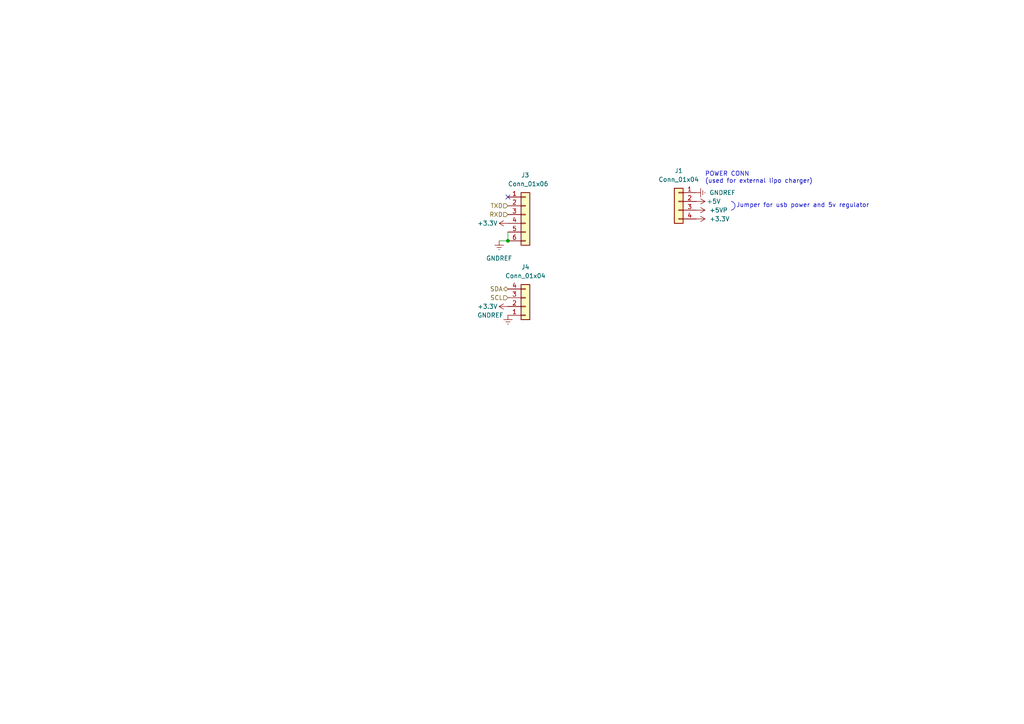
<source format=kicad_sch>
(kicad_sch (version 20230121) (generator eeschema)
  (paper "A4")
  (lib_symbols
    (symbol "Connector_Generic:Conn_01x04" (pin_names (offset 1.016) hide)
      (property "Reference" "J" (at 0 5.08 0))
      (property "Value" "Conn_01x04" (at 0 -7.62 0))
      (symbol "Conn_01x04_1_1"
        (rectangle (start -1.27 -4.953) (end 0 -5.207) (stroke (width 0.1524)))
        (rectangle (start -1.27 -2.413) (end 0 -2.667) (stroke (width 0.1524)))
        (rectangle (start -1.27 0.127) (end 0 -0.127) (stroke (width 0.1524)))
        (rectangle (start -1.27 2.667) (end 0 2.413) (stroke (width 0.1524)))
        (rectangle (start -1.27 3.81) (end 1.27 -6.35) (stroke (width 0.254)) (fill (type background)))
        (pin passive line (at -5.08 2.54 0) (length 3.81) (name "Pin_1") (number "1"))
        (pin passive line (at -5.08 0 0) (length 3.81) (name "Pin_2") (number "2"))
        (pin passive line (at -5.08 -2.54 0) (length 3.81) (name "Pin_3") (number "3"))
        (pin passive line (at -5.08 -5.08 0) (length 3.81) (name "Pin_4") (number "4"))
      )
    )
    (symbol "Connector_Generic:Conn_01x06" (pin_names (offset 1.016) hide)
      (property "Reference" "J" (at 0 7.62 0))
      (property "Value" "Conn_01x06" (at 0 -10.16 0))
      (symbol "Conn_01x06_1_1"
        (rectangle (start -1.27 -7.493) (end 0 -7.747) (stroke (width 0.1524)))
        (rectangle (start -1.27 -4.953) (end 0 -5.207) (stroke (width 0.1524)))
        (rectangle (start -1.27 -2.413) (end 0 -2.667) (stroke (width 0.1524)))
        (rectangle (start -1.27 0.127) (end 0 -0.127) (stroke (width 0.1524)))
        (rectangle (start -1.27 2.667) (end 0 2.413) (stroke (width 0.1524)))
        (rectangle (start -1.27 5.207) (end 0 4.953) (stroke (width 0.1524)))
        (rectangle (start -1.27 6.35) (end 1.27 -8.89) (stroke (width 0.254)) (fill (type background)))
        (pin passive line (at -5.08 5.08 0) (length 3.81) (name "Pin_1") (number "1"))
        (pin passive line (at -5.08 2.54 0) (length 3.81) (name "Pin_2") (number "2"))
        (pin passive line (at -5.08 0 0) (length 3.81) (name "Pin_3") (number "3"))
        (pin passive line (at -5.08 -2.54 0) (length 3.81) (name "Pin_4") (number "4"))
        (pin passive line (at -5.08 -5.08 0) (length 3.81) (name "Pin_5") (number "5"))
        (pin passive line (at -5.08 -7.62 0) (length 3.81) (name "Pin_6") (number "6"))
      )
    )
    (symbol "power:+3.3V" (power) (pin_names (offset 0))
      (property "Value" "+3.3V" (at 0 3.556 0))
      (symbol "+3.3V_0_1"
        (polyline (pts (xy -0.762 1.27) (xy 0 2.54)))
        (polyline (pts (xy 0 0) (xy 0 2.54)))
        (polyline (pts (xy 0 2.54) (xy 0.762 1.27)))
      )
      (symbol "+3.3V_1_1"
        (pin power_in line (at 0 0 90) (length 0) hide (name "+3.3V") (number "1"))
      )
    )
    (symbol "power:+5V" (power) (pin_names (offset 0))
      (property "Value" "+5V" (at 0 3.556 0))
      (symbol "+5V_0_1"
        (polyline (pts (xy -0.762 1.27) (xy 0 2.54)))
        (polyline (pts (xy 0 0) (xy 0 2.54)))
        (polyline (pts (xy 0 2.54) (xy 0.762 1.27)))
      )
      (symbol "+5V_1_1"
        (pin power_in line (at 0 0 90) (length 0) hide (name "+5V") (number "1"))
      )
    )
    (symbol "power:+5VP" (power) (pin_names (offset 0))
      (property "Value" "+5VP" (at 0 3.556 0))
      (symbol "+5VP_0_1"
        (polyline (pts (xy -0.762 1.27) (xy 0 2.54)))
        (polyline (pts (xy 0 0) (xy 0 2.54)))
        (polyline (pts (xy 0 2.54) (xy 0.762 1.27)))
      )
      (symbol "+5VP_1_1"
        (pin power_in line (at 0 0 90) (length 0) hide (name "+5VP") (number "1"))
      )
    )
    (symbol "power:GNDREF" (power) (pin_names (offset 0))
      (property "Value" "GNDREF" (at 0 -3.81 0))
      (symbol "GNDREF_0_1"
        (polyline (pts (xy -0.635 -1.905) (xy 0.635 -1.905)))
        (polyline (pts (xy -0.127 -2.54) (xy 0.127 -2.54)))
        (polyline (pts (xy 0 -1.27) (xy 0 0)))
        (polyline (pts (xy 1.27 -1.27) (xy -1.27 -1.27)))
      )
      (symbol "GNDREF_1_1"
        (pin power_in line (at 0 0 270) (length 0) hide (name "GNDREF") (number "1"))
      )
    )
  )
  (junction (at 147.32 69.85))
  (no_connect (at 147.32 57.15))
  (wire (pts (xy 147.32 67.31) (xy 147.32 69.85)))
  (wire (pts (xy 144.78 69.85) (xy 147.32 69.85)))
  (arc (start 212.09 58.42) (mid 213.1927 59.69) (end 212.09 60.96))
  (text "POWER CONN\n(used for external lipo charger)" (at 204.47 53.34 0) (effects (font (size 1.27 1.27)) (justify left bottom)))
  (text "Jumper for usb power and 5v regulator" (at 213.5298 60.3708 0) (effects (font (size 1.27 1.27)) (justify left bottom)))
  (hierarchical_label "RXD" (shape input) (at 147.32 62.23 180))
  (hierarchical_label "TXD" (shape input) (at 147.32 59.69 180))
  (hierarchical_label "SDA" (shape bidirectional) (at 147.32 83.82 180))
  (hierarchical_label "SCL" (shape input) (at 147.32 86.36 180))
  (symbol (lib_id "Connector_Generic:Conn_01x04") (at 152.4 88.9 0) (mirror x) (unit 1)
    (property "Reference" "J4" (at 152.4 77.47 0))
    (property "Value" "Conn_01x04" (at 152.4 80.01 0))
    (property "Footprint" "Connector_PinHeader_2.54mm:PinHeader_1x04_P2.54mm_Vertical" (effects hide))
    (property "MPN" "61300411121" (effects hide))
    (property "INFO" "DIGIKEY" (effects hide))
    (property "Supplier Part Number" "732-5317-ND" (effects hide))
    (instances (project "esprelay" (path "" (reference "J4") (unit 1)) (path "" (reference "J3") (unit 1))) (project "opengeiger" (path "" (reference "J5") (unit 1))))
  )
  (symbol (lib_id "power:+5VP") (at 201.93 60.96 270) (unit 1)
    (property "Reference" "#PWR016" (effects hide))
    (property "Value" "+5VP" (at 205.74 60.96 90) (effects (justify left)))
    (instances (project "esprelay" (path "" (reference "#PWR016") (unit 1)) (path "" (reference "#PWR014") (unit 1))))
  )
  (symbol (lib_id "power:+3.3V") (at 147.32 64.77 90) (unit 1)
    (property "Reference" "#PWR028" (effects hide))
    (property "Value" "+3.3V" (at 138.43 64.77 90) (effects (justify right)))
    (instances (project "esprelay" (path "" (reference "#PWR028") (unit 1)) (path "" (reference "#PWR028") (unit 1))) (project "opengeiger" (path "" (reference "#PWR018") (unit 1))))
  )
  (symbol (lib_id "power:GNDREF") (at 147.32 91.44 0) (unit 1)
    (property "Reference" "#PWR034" (effects hide))
    (property "Value" "GNDREF" (at 138.43 91.44 0) (effects (justify left)))
    (instances (project "esprelay" (path "" (reference "#PWR034") (unit 1)) (path "" (reference "#PWR030") (unit 1))) (project "opengeiger" (path "" (reference "#PWR023") (unit 1))))
  )
  (symbol (lib_id "power:GNDREF") (at 201.93 55.88 90) (unit 1)
    (property "Reference" "#PWR01" (effects hide))
    (property "Value" "GNDREF" (at 205.74 55.8799 90) (effects (justify right)))
    (instances (project "esprelay" (path "" (reference "#PWR01") (unit 1)) (path "" (reference "#PWR011") (unit 1))) (project "opengeiger" (path "" (reference "#PWR0106") (unit 1))))
  )
  (symbol (lib_id "power:+3.3V") (at 201.93 63.5 270) (unit 1)
    (property "Reference" "#PWR03" (effects hide))
    (property "Value" "+3.3V" (at 205.74 63.4999 90) (effects (justify left)))
    (instances (project "esprelay" (path "" (reference "#PWR03") (unit 1)) (path "" (reference "#PWR016") (unit 1))) (project "opengeiger" (path "" (reference "#PWR08") (unit 1))))
  )
  (symbol (lib_id "power:+5V") (at 201.93 58.42 270) (unit 1)
    (property "Reference" "#PWR02" (effects hide))
    (property "Value" "+5V" (at 207.01 58.42 90))
    (instances (project "esprelay" (path "" (reference "#PWR02") (unit 1)) (path "" (reference "#PWR013") (unit 1))) (project "opengeiger" (path "" (reference "#PWR0105") (unit 1))))
  )
  (symbol (lib_id "Connector_Generic:Conn_01x06") (at 152.4 62.23 0) (unit 1)
    (property "Reference" "J3" (at 151.13 50.8 0) (effects (justify left)))
    (property "Value" "Conn_01x06" (at 147.32 53.34 0) (effects (justify left)))
    (property "Footprint" "Connector_PinHeader_2.54mm:PinHeader_1x06_P2.54mm_Vertical" (effects hide))
    (property "MPN" "61300611121" (effects hide))
    (property "INFO" "DIGIKEY" (effects hide))
    (property "Supplier Part Number" "732-5319-ND" (effects hide))
    (instances (project "esprelay" (path "" (reference "J3") (unit 1)) (path "" (reference "J2") (unit 1))) (project "opengeiger" (path "" (reference "J3") (unit 1))))
  )
  (symbol (lib_id "power:GNDREF") (at 144.78 69.85 0) (unit 1)
    (property "Reference" "#PWR025" (effects hide))
    (property "Value" "GNDREF" (at 140.97 74.93 0) (effects (justify left)))
    (instances (project "esprelay" (path "" (reference "#PWR025") (unit 1)) (path "" (reference "#PWR027") (unit 1))) (project "opengeiger" (path "" (reference "#PWR020") (unit 1))))
  )
  (symbol (lib_id "power:+3.3V") (at 147.32 88.9 90) (unit 1)
    (property "Reference" "#PWR033" (effects hide))
    (property "Value" "+3.3V" (at 138.43 88.9 90) (effects (justify right)))
    (instances (project "esprelay" (path "" (reference "#PWR033") (unit 1)) (path "" (reference "#PWR029") (unit 1))) (project "opengeiger" (path "" (reference "#PWR022") (unit 1))))
  )
  (symbol (lib_id "Connector_Generic:Conn_01x04") (at 196.85 58.42 0) (mirror y) (unit 1)
    (property "Reference" "J1" (at 196.85 49.53 0))
    (property "Value" "Conn_01x04" (at 196.85 52.07 0))
    (property "Footprint" "Connector_PinHeader_2.54mm:PinHeader_1x04_P2.54mm_Vertical" (effects hide))
    (property "MPN" "61300411121" (effects hide))
    (property "INFO" "DIGIKEY" (effects hide))
    (property "Supplier Part Number" "732-5317-ND" (effects hide))
  )
)
</source>
